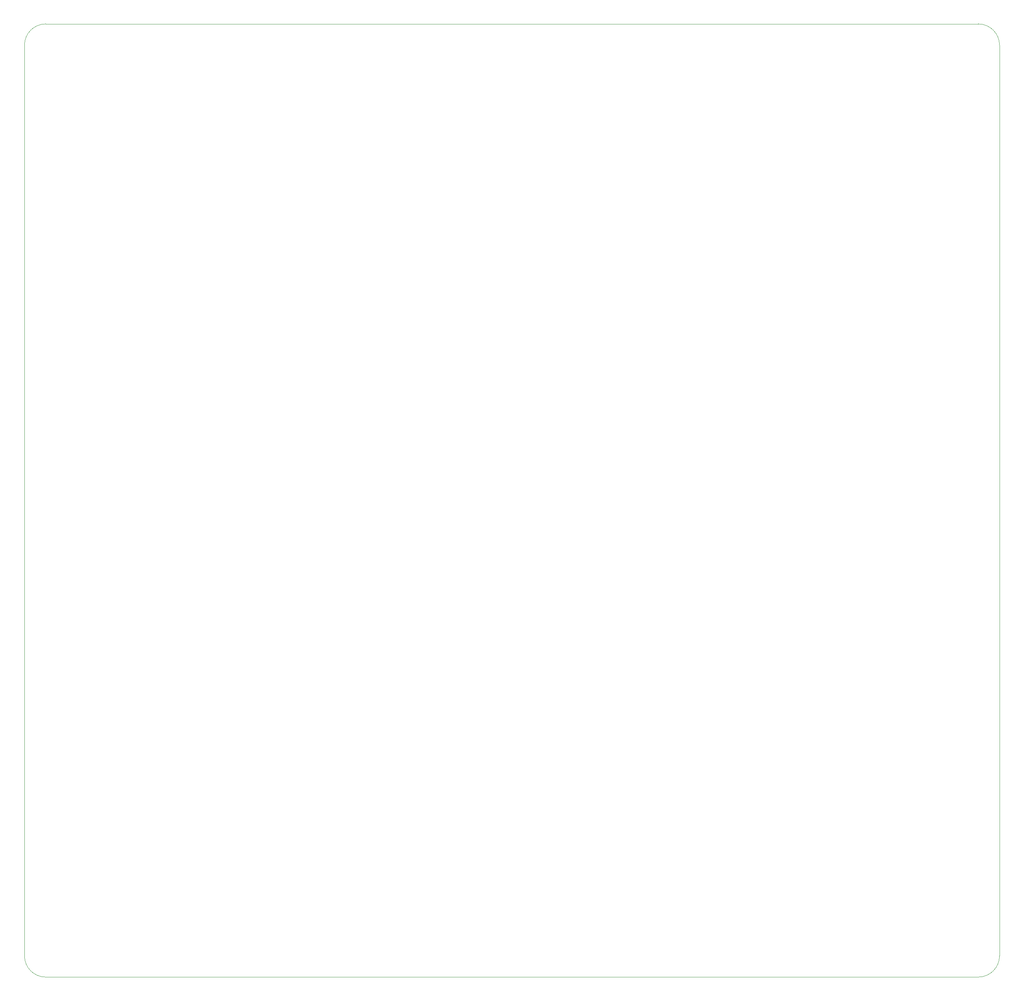
<source format=gm1>
G04*
G04 #@! TF.GenerationSoftware,Altium Limited,Altium Designer,22.10.1 (41)*
G04*
G04 Layer_Color=16711935*
%FSAX44Y44*%
%MOMM*%
G71*
G04*
G04 #@! TF.SameCoordinates,5DDCA6B8-CE55-411C-979C-A3AAA62AB61D*
G04*
G04*
G04 #@! TF.FilePolarity,Positive*
G04*
G01*
G75*
%ADD325C,0.0500*%
%ADD326C,0.0500*%
D325*
X02250000Y-00000000D02*
D03*
D326*
X02300000Y02200000D02*
G03*
X02250000Y02250000I-00050000J00000000D01*
G01*
Y00000000D02*
G03*
X02300000Y00050000I00000000J00050000D01*
G01*
X00050000Y02250000D02*
G03*
X00000000Y02200000I00000000J-00050000D01*
G01*
Y00050000D02*
G03*
X00050000Y00000000I00050000J00000000D01*
G01*
X02300000Y00050000D02*
Y01480000D01*
X02300000D02*
X02300000Y02200000D01*
X02300000D01*
X00000000Y00050000D02*
Y02200000D01*
X02250000Y-00000000D02*
Y00000000D01*
X00050000Y-00000000D02*
X02250000Y-00000000D01*
X00050000Y02250000D02*
X02250000Y02250000D01*
M02*

</source>
